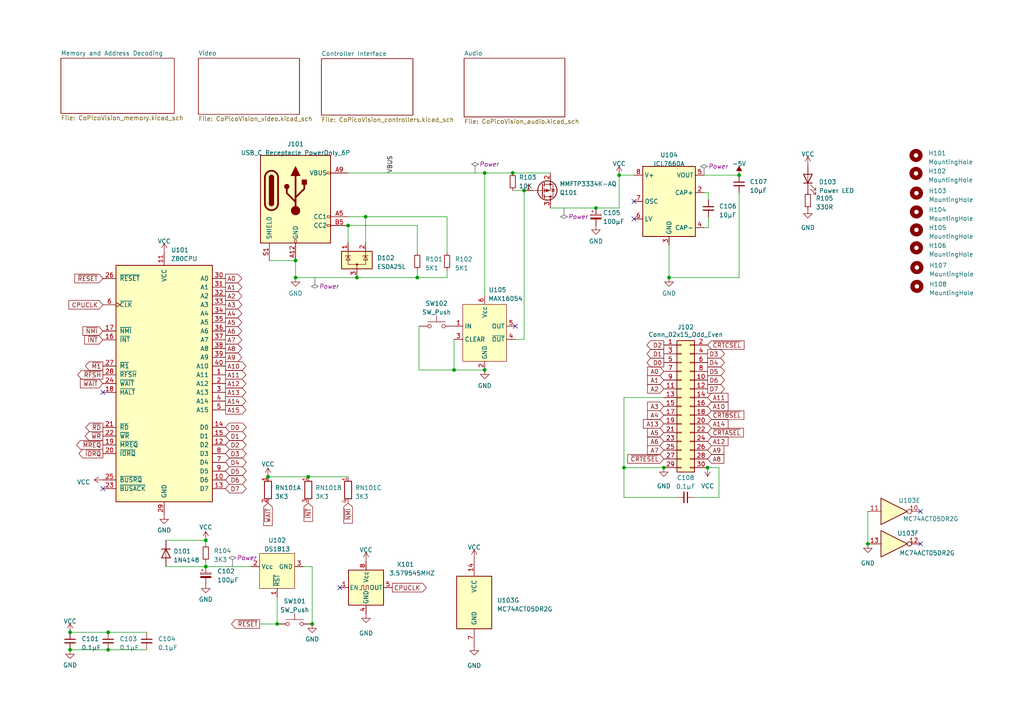
<source format=kicad_sch>
(kicad_sch (version 20230121) (generator eeschema)
  (paper "A4")
  (title_block (title "CoPicoVision") (date "2024-10-12") (rev "0.2") (company "(c) 2024 Jason R. Thorpe.  See LICENSE."))
  (lib_symbols
    (symbol "74xx:74LS05" (pin_names (offset 1.016))
      (property "Reference" "U" (at 0 1.27 0))
      (property "Value" "74LS05" (at 0 -1.27 0))
      (symbol "74LS05_1_0"
        (pin input line (at -7.62 0 0) (length 3.81) (name "~") (number "1"))
        (pin open_collector inverted (at 7.62 0 180) (length 3.81) (name "~") (number "2"))
      )
      (symbol "74LS05_2_0"
        (pin input line (at -7.62 0 0) (length 3.81) (name "~") (number "3"))
        (pin open_collector inverted (at 7.62 0 180) (length 3.81) (name "~") (number "4"))
      )
      (symbol "74LS05_3_0"
        (pin input line (at -7.62 0 0) (length 3.81) (name "~") (number "5"))
        (pin open_collector inverted (at 7.62 0 180) (length 3.81) (name "~") (number "6"))
      )
      (symbol "74LS05_4_0"
        (pin open_collector inverted (at 7.62 0 180) (length 3.81) (name "~") (number "8"))
        (pin input line (at -7.62 0 0) (length 3.81) (name "~") (number "9"))
      )
      (symbol "74LS05_5_0"
        (pin open_collector inverted (at 7.62 0 180) (length 3.81) (name "~") (number "10"))
        (pin input line (at -7.62 0 0) (length 3.81) (name "~") (number "11"))
      )
      (symbol "74LS05_6_0"
        (pin open_collector inverted (at 7.62 0 180) (length 3.81) (name "~") (number "12"))
        (pin input line (at -7.62 0 0) (length 3.81) (name "~") (number "13"))
      )
      (symbol "74LS05_7_0"
        (pin power_in line (at 0 12.7 270) (length 5.08) (name "VCC") (number "14"))
        (pin power_in line (at 0 -12.7 90) (length 5.08) (name "GND") (number "7"))
      )
    )
    (symbol "CPU:Z80CPU" (pin_names (offset 1.016))
      (property "Reference" "U" (at -13.97 35.56 0))
      (property "Value" "Z80CPU" (at 6.35 35.56 0))
      (symbol "Z80CPU_1_1"
        (pin output line (at 17.78 2.54 180) (length 3.81) (name "A11") (number "1"))
        (pin bidirectional line (at 17.78 -27.94 180) (length 3.81) (name "D6") (number "10"))
        (pin power_in line (at 0 38.1 270) (length 3.81) (name "VCC") (number "11"))
        (pin bidirectional line (at 17.78 -17.78 180) (length 3.81) (name "D2") (number "12"))
        (pin bidirectional line (at 17.78 -30.48 180) (length 3.81) (name "D7") (number "13"))
        (pin bidirectional line (at 17.78 -12.7 180) (length 3.81) (name "D0") (number "14"))
        (pin bidirectional line (at 17.78 -15.24 180) (length 3.81) (name "D1") (number "15"))
        (pin input line (at -17.78 12.7 0) (length 3.81) (name "~{INT}") (number "16"))
        (pin input line (at -17.78 15.24 0) (length 3.81) (name "~{NMI}") (number "17"))
        (pin output line (at -17.78 -2.54 0) (length 3.81) (name "~{HALT}") (number "18"))
        (pin output line (at -17.78 -17.78 0) (length 3.81) (name "~{MREQ}") (number "19"))
        (pin output line (at 17.78 0 180) (length 3.81) (name "A12") (number "2"))
        (pin output line (at -17.78 -20.32 0) (length 3.81) (name "~{IORQ}") (number "20"))
        (pin output line (at -17.78 -12.7 0) (length 3.81) (name "~{RD}") (number "21"))
        (pin output line (at -17.78 -15.24 0) (length 3.81) (name "~{WR}") (number "22"))
        (pin output line (at -17.78 -30.48 0) (length 3.81) (name "~{BUSACK}") (number "23"))
        (pin input line (at -17.78 0 0) (length 3.81) (name "~{WAIT}") (number "24"))
        (pin input line (at -17.78 -27.94 0) (length 3.81) (name "~{BUSRQ}") (number "25"))
        (pin input line (at -17.78 30.48 0) (length 3.81) (name "~{RESET}") (number "26"))
        (pin output line (at -17.78 5.08 0) (length 3.81) (name "~{M1}") (number "27"))
        (pin output line (at -17.78 2.54 0) (length 3.81) (name "~{RFSH}") (number "28"))
        (pin power_in line (at 0 -38.1 90) (length 3.81) (name "GND") (number "29"))
        (pin output line (at 17.78 -2.54 180) (length 3.81) (name "A13") (number "3"))
        (pin output line (at 17.78 30.48 180) (length 3.81) (name "A0") (number "30"))
        (pin output line (at 17.78 27.94 180) (length 3.81) (name "A1") (number "31"))
        (pin output line (at 17.78 25.4 180) (length 3.81) (name "A2") (number "32"))
        (pin output line (at 17.78 22.86 180) (length 3.81) (name "A3") (number "33"))
        (pin output line (at 17.78 20.32 180) (length 3.81) (name "A4") (number "34"))
        (pin output line (at 17.78 17.78 180) (length 3.81) (name "A5") (number "35"))
        (pin output line (at 17.78 15.24 180) (length 3.81) (name "A6") (number "36"))
        (pin output line (at 17.78 12.7 180) (length 3.81) (name "A7") (number "37"))
        (pin output line (at 17.78 10.16 180) (length 3.81) (name "A8") (number "38"))
        (pin output line (at 17.78 7.62 180) (length 3.81) (name "A9") (number "39"))
        (pin output line (at 17.78 -5.08 180) (length 3.81) (name "A14") (number "4"))
        (pin output line (at 17.78 5.08 180) (length 3.81) (name "A10") (number "40"))
        (pin output line (at 17.78 -7.62 180) (length 3.81) (name "A15") (number "5"))
        (pin input clock (at -17.78 22.86 0) (length 3.81) (name "~{CLK}") (number "6"))
        (pin bidirectional line (at 17.78 -22.86 180) (length 3.81) (name "D4") (number "7"))
        (pin bidirectional line (at 17.78 -20.32 180) (length 3.81) (name "D3") (number "8"))
        (pin bidirectional line (at 17.78 -25.4 180) (length 3.81) (name "D5") (number "9"))
      )
    )
    (symbol "Connector:USB_C_Receptacle_PowerOnly_6P" (pin_names (offset 1.016))
      (property "Reference" "J" (at 0 16.51 0))
      (property "Value" "USB_C_Receptacle_PowerOnly_6P" (at 0 13.97 0))
      (symbol "USB_C_Receptacle_PowerOnly_6P_1_1"
        (pin passive line (at 0 -17.78 90) (length 5.08) (name "GND") (number "A12"))
        (pin bidirectional line (at 15.24 -5.08 180) (length 5.08) (name "CC1") (number "A5"))
        (pin passive line (at 15.24 7.62 180) (length 5.08) (name "VBUS") (number "A9"))
        (pin passive line (at 0 -17.78 90) (length 5.08) hide (name "GND") (number "B12"))
        (pin bidirectional line (at 15.24 -7.62 180) (length 5.08) (name "CC2") (number "B5"))
        (pin passive line (at 15.24 7.62 180) (length 5.08) hide (name "VBUS") (number "B9"))
        (pin passive line (at -7.62 -17.78 90) (length 5.08) (name "SHIELD") (number "S1"))
      )
    )
    (symbol "Connector_Generic:Conn_02x15_Odd_Even" (pin_names (offset 1.016) hide)
      (property "Reference" "J" (at 1.27 20.32 0))
      (property "Value" "Conn_02x15_Odd_Even" (at 1.27 -20.32 0))
      (symbol "Conn_02x15_Odd_Even_1_1"
        (pin passive line (at -5.08 17.78 0) (length 3.81) (name "Pin_1") (number "1"))
        (pin passive line (at 7.62 7.62 180) (length 3.81) (name "Pin_10") (number "10"))
        (pin passive line (at -5.08 5.08 0) (length 3.81) (name "Pin_11") (number "11"))
        (pin passive line (at 7.62 5.08 180) (length 3.81) (name "Pin_12") (number "12"))
        (pin passive line (at -5.08 2.54 0) (length 3.81) (name "Pin_13") (number "13"))
        (pin passive line (at 7.62 2.54 180) (length 3.81) (name "Pin_14") (number "14"))
        (pin passive line (at -5.08 0 0) (length 3.81) (name "Pin_15") (number "15"))
        (pin passive line (at 7.62 0 180) (length 3.81) (name "Pin_16") (number "16"))
        (pin passive line (at -5.08 -2.54 0) (length 3.81) (name "Pin_17") (number "17"))
        (pin passive line (at 7.62 -2.54 180) (length 3.81) (name "Pin_18") (number "18"))
        (pin passive line (at -5.08 -5.08 0) (length 3.81) (name "Pin_19") (number "19"))
        (pin passive line (at 7.62 17.78 180) (length 3.81) (name "Pin_2") (number "2"))
        (pin passive line (at 7.62 -5.08 180) (length 3.81) (name "Pin_20") (number "20"))
        (pin passive line (at -5.08 -7.62 0) (length 3.81) (name "Pin_21") (number "21"))
        (pin passive line (at 7.62 -7.62 180) (length 3.81) (name "Pin_22") (number "22"))
        (pin passive line (at -5.08 -10.16 0) (length 3.81) (name "Pin_23") (number "23"))
        (pin passive line (at 7.62 -10.16 180) (length 3.81) (name "Pin_24") (number "24"))
        (pin passive line (at -5.08 -12.7 0) (length 3.81) (name "Pin_25") (number "25"))
        (pin passive line (at 7.62 -12.7 180) (length 3.81) (name "Pin_26") (number "26"))
        (pin passive line (at -5.08 -15.24 0) (length 3.81) (name "Pin_27") (number "27"))
        (pin passive line (at 7.62 -15.24 180) (length 3.81) (name "Pin_28") (number "28"))
        (pin passive line (at -5.08 -17.78 0) (length 3.81) (name "Pin_29") (number "29"))
        (pin passive line (at -5.08 15.24 0) (length 3.81) (name "Pin_3") (number "3"))
        (pin passive line (at 7.62 -17.78 180) (length 3.81) (name "Pin_30") (number "30"))
        (pin passive line (at 7.62 15.24 180) (length 3.81) (name "Pin_4") (number "4"))
        (pin passive line (at -5.08 12.7 0) (length 3.81) (name "Pin_5") (number "5"))
        (pin passive line (at 7.62 12.7 180) (length 3.81) (name "Pin_6") (number "6"))
        (pin passive line (at -5.08 10.16 0) (length 3.81) (name "Pin_7") (number "7"))
        (pin passive line (at 7.62 10.16 180) (length 3.81) (name "Pin_8") (number "8"))
        (pin passive line (at -5.08 7.62 0) (length 3.81) (name "Pin_9") (number "9"))
      )
    )
    (symbol "Device:C_Polarized_Small" (pin_numbers hide) (pin_names (offset 0.254) hide)
      (property "Reference" "C" (at 0.254 1.778 0))
      (property "Value" "C_Polarized_Small" (at 0.254 -2.032 0))
      (symbol "C_Polarized_Small_1_1"
        (pin passive line (at 0 2.54 270) (length 1.8542) (name "~") (number "1"))
        (pin passive line (at 0 -2.54 90) (length 1.8542) (name "~") (number "2"))
      )
    )
    (symbol "Device:C_Small" (pin_numbers hide) (pin_names (offset 0.254) hide)
      (property "Reference" "C" (at 0.254 1.778 0))
      (property "Value" "C_Small" (at 0.254 -2.032 0))
      (symbol "C_Small_1_1"
        (pin passive line (at 0 2.54 270) (length 2.032) (name "~") (number "1"))
        (pin passive line (at 0 -2.54 90) (length 2.032) (name "~") (number "2"))
      )
    )
    (symbol "Device:LED" (pin_numbers hide) (pin_names (offset 1.016) hide)
      (property "Reference" "D" (at 0 2.54 0))
      (property "Value" "LED" (at 0 -2.54 0))
      (symbol "LED_1_1"
        (pin passive line (at -3.81 0 0) (length 2.54) (name "K") (number "1"))
        (pin passive line (at 3.81 0 180) (length 2.54) (name "A") (number "2"))
      )
    )
    (symbol "Device:Q_PMOS_GSD" (pin_names (offset 0) hide)
      (property "Reference" "Q" (at 5.08 1.27 0))
      (property "Value" "Q_PMOS_GSD" (at 5.08 -1.27 0))
      (symbol "Q_PMOS_GSD_1_1"
        (pin input line (at -5.08 0 0) (length 2.54) (name "G") (number "1"))
        (pin passive line (at 2.54 -5.08 90) (length 2.54) (name "S") (number "2"))
        (pin passive line (at 2.54 5.08 270) (length 2.54) (name "D") (number "3"))
      )
    )
    (symbol "Device:R_Network04_Split" (pin_names (offset 0) hide)
      (property "Reference" "RN" (at 2.032 0 90))
      (property "Value" "R_Network04_Split" (at 0 0 90))
      (symbol "R_Network04_Split_0_1"
        (pin passive line (at 0 3.81 270) (length 1.27) (name "R1") (number "1"))
      )
      (symbol "R_Network04_Split_1_1"
        (pin passive line (at 0 -3.81 90) (length 1.27) (name "R1.2") (number "2"))
      )
      (symbol "R_Network04_Split_2_1"
        (pin passive line (at 0 -3.81 90) (length 1.27) (name "R2.2") (number "3"))
      )
      (symbol "R_Network04_Split_3_1"
        (pin passive line (at 0 -3.81 90) (length 1.27) (name "R3.2") (number "4"))
      )
      (symbol "R_Network04_Split_4_1"
        (pin passive line (at 0 -3.81 90) (length 1.27) (name "R4.2") (number "5"))
      )
    )
    (symbol "Device:R_Small" (pin_numbers hide) (pin_names (offset 0.254) hide)
      (property "Reference" "R" (at 0.762 0.508 0))
      (property "Value" "R_Small" (at 0.762 -1.016 0))
      (symbol "R_Small_1_1"
        (pin passive line (at 0 2.54 270) (length 0.762) (name "~") (number "1"))
        (pin passive line (at 0 -2.54 90) (length 0.762) (name "~") (number "2"))
      )
    )
    (symbol "Diode:1N4148" (pin_numbers hide) (pin_names hide)
      (property "Reference" "D" (at 0 2.54 0))
      (property "Value" "1N4148" (at 0 -2.54 0))
      (symbol "1N4148_1_1"
        (pin passive line (at -3.81 0 0) (length 2.54) (name "K") (number "1"))
        (pin passive line (at 3.81 0 180) (length 2.54) (name "A") (number "2"))
      )
    )
    (symbol "Mechanical:MountingHole" (pin_names (offset 1.016))
      (property "Reference" "H" (at 0 5.08 0))
      (property "Value" "MountingHole" (at 0 3.175 0))
    )
    (symbol "Oscillator:CXO_DIP8" (pin_names (offset 0.254))
      (property "Reference" "X" (at -5.08 6.35 0))
      (property "Value" "CXO_DIP8" (at 1.27 -6.35 0))
      (symbol "CXO_DIP8_1_1"
        (pin input line (at -7.62 0 0) (length 2.54) (name "EN") (number "1"))
        (pin power_in line (at 0 -7.62 90) (length 2.54) (name "GND") (number "4"))
        (pin output line (at 7.62 0 180) (length 2.54) (name "OUT") (number "5"))
        (pin power_in line (at 0 7.62 270) (length 2.54) (name "Vcc") (number "8"))
      )
    )
    (symbol "Power_Protection:SP0502BAHT" (pin_names hide)
      (property "Reference" "D" (at 5.715 2.54 0))
      (property "Value" "SP0502BAHT" (at 5.715 0.635 0))
      (symbol "SP0502BAHT_0_0"
        (pin passive line (at 0 -5.08 90) (length 2.54) (name "A") (number "3"))
      )
      (symbol "SP0502BAHT_1_1"
        (pin passive line (at -2.54 5.08 270) (length 2.54) (name "K") (number "1"))
        (pin passive line (at 2.54 5.08 270) (length 2.54) (name "K") (number "2"))
      )
    )
    (symbol "Regulator_SwitchedCapacitor:ICL7660"
      (property "Reference" "U" (at -6.35 11.43 0))
      (property "Value" "ICL7660" (at 3.81 11.43 0))
      (symbol "ICL7660_1_1"
        (pin no_connect line (at -7.62 5.08 0) (length 2.54) hide (name "NC") (number "1"))
        (pin input line (at 10.16 2.54 180) (length 2.54) (name "CAP+") (number "2"))
        (pin power_in line (at 0 -12.7 90) (length 2.54) (name "GND") (number "3"))
        (pin input line (at 10.16 -7.62 180) (length 2.54) (name "CAP-") (number "4"))
        (pin power_out line (at 10.16 7.62 180) (length 2.54) (name "VOUT") (number "5"))
        (pin input line (at -10.16 -5.08 0) (length 2.54) (name "LV") (number "6"))
        (pin input line (at -10.16 0 0) (length 2.54) (name "OSC") (number "7"))
        (pin power_in line (at -10.16 7.62 0) (length 2.54) (name "V+") (number "8"))
      )
    )
    (symbol "Switch:SW_Push" (pin_numbers hide) (pin_names (offset 1.016) hide)
      (property "Reference" "SW" (at 1.27 2.54 0))
      (property "Value" "SW_Push" (at 0 -1.524 0))
      (symbol "SW_Push_0_1"
        (pin passive line (at -5.08 0 0) (length 2.54) (name "1") (number "1"))
        (pin passive line (at 5.08 0 180) (length 2.54) (name "2") (number "2"))
      )
    )
    (symbol "jrt-ICs:DS1813"
      (property "Reference" "U" (at 0 8.89 0))
      (property "Value" "DS1813" (at 0 6.35 0))
      (symbol "DS1813_1_1"
        (pin open_collector line (at 0 -7.62 90) (length 2.54) (name "~{RST}") (number "1"))
        (pin power_in line (at -7.62 1.27 0) (length 2.54) (name "Vcc") (number "2"))
        (pin power_in line (at 7.62 1.27 180) (length 2.54) (name "GND") (number "3"))
      )
    )
    (symbol "jrt-ICs:MAX16054"
      (property "Reference" "U" (at 12.7 1.27 0))
      (property "Value" "MAX16054" (at 12.7 3.81 0))
      (symbol "MAX16054_1_1"
        (pin input line (at -2.54 -6.35 0) (length 2.54) (name "IN") (number "1"))
        (pin power_in line (at 6.35 -19.05 90) (length 2.54) (name "GND") (number "2"))
        (pin input line (at -2.54 -10.16 0) (length 2.54) (name "CLEAR") (number "3"))
        (pin output line (at 15.24 -10.16 180) (length 2.54) (name "~{OUT}") (number "4"))
        (pin output line (at 15.24 -6.35 180) (length 2.54) (name "OUT") (number "5"))
        (pin power_in line (at 6.35 2.54 270) (length 2.54) (name "Vcc") (number "6"))
      )
    )
    (symbol "power:-5V" (power) (pin_names (offset 0))
      (property "Value" "-5V" (at 0 3.81 0))
      (symbol "-5V_0_0"
        (pin power_in line (at 0 0 90) (length 0) hide (name "-5V") (number "1"))
      )
    )
    (symbol "power:GND" (power) (pin_names (offset 0))
      (property "Value" "GND" (at 0 -3.81 0))
      (symbol "GND_1_1"
        (pin power_in line (at 0 0 270) (length 0) hide (name "GND") (number "1"))
      )
    )
    (symbol "power:VCC" (power) (pin_names (offset 0))
      (property "Value" "VCC" (at 0 3.81 0))
      (symbol "VCC_1_1"
        (pin power_in line (at 0 0 90) (length 0) hide (name "VCC") (number "1"))
      )
    )
  )
  (junction (at 121.031 80.518))
  (junction (at 20.32 188.468))
  (junction (at 172.847 60.325))
  (junction (at 131.699 107.315))
  (junction (at 192.532 135.636))
  (junction (at 85.725 75.565))
  (junction (at 152.019 55.245))
  (junction (at 85.725 80.518))
  (junction (at 59.69 164.338))
  (junction (at 205.232 135.636))
  (junction (at 103.505 80.518))
  (junction (at 77.724 138.303))
  (junction (at 89.408 138.303))
  (junction (at 90.551 180.975))
  (junction (at 31.369 188.468))
  (junction (at 59.69 156.718))
  (junction (at 20.32 183.388))
  (junction (at 140.589 107.315))
  (junction (at 180.975 135.636))
  (junction (at 251.714 157.734))
  (junction (at 214.376 50.8))
  (junction (at 100.965 65.405))
  (junction (at 80.391 180.975))
  (junction (at 31.369 183.388))
  (junction (at 148.717 50.165))
  (junction (at 106.045 62.865))
  (junction (at 140.589 50.165))
  (junction (at 179.578 50.8))
  (junction (at 194.056 80.518))
  (no_connect (at 183.896 58.42))
  (no_connect (at 266.954 148.336))
  (no_connect (at 183.896 63.5))
  (no_connect (at 266.954 157.734))
  (no_connect (at 29.845 113.792))
  (no_connect (at 98.552 170.434))
  (no_connect (at 29.845 141.732))
  (no_connect (at 149.479 94.615))
  (wire (pts (xy 20.32 188.468) (xy 31.369 188.468)))
  (wire (pts (xy 149.479 98.425) (xy 152.019 98.425)))
  (wire (pts (xy 129.667 80.518) (xy 129.667 78.359)))
  (wire (pts (xy 59.69 156.591) (xy 59.69 156.718)))
  (wire (pts (xy 31.369 188.468) (xy 42.545 188.468)))
  (wire (pts (xy 121.539 107.315) (xy 131.699 107.315)))
  (wire (pts (xy 59.69 164.338) (xy 72.771 164.338)))
  (wire (pts (xy 208.534 135.636) (xy 208.534 144.272)))
  (wire (pts (xy 205.486 55.88) (xy 205.486 57.912)))
  (wire (pts (xy 204.216 55.88) (xy 205.486 55.88)))
  (wire (pts (xy 48.133 156.718) (xy 59.69 156.718)))
  (wire (pts (xy 148.717 50.165) (xy 159.639 50.165)))
  (wire (pts (xy 100.965 50.165) (xy 140.589 50.165)))
  (wire (pts (xy 31.369 183.388) (xy 42.545 183.388)))
  (wire (pts (xy 172.847 60.325) (xy 179.578 60.325)))
  (wire (pts (xy 129.667 62.865) (xy 129.667 73.279)))
  (wire (pts (xy 89.408 138.303) (xy 100.965 138.303)))
  (wire (pts (xy 90.551 164.338) (xy 90.551 180.975)))
  (wire (pts (xy 59.69 156.718) (xy 59.69 157.861)))
  (wire (pts (xy 85.725 80.518) (xy 85.725 75.565)))
  (wire (pts (xy 205.486 66.04) (xy 205.486 62.992)))
  (wire (pts (xy 179.578 60.325) (xy 179.578 50.8)))
  (wire (pts (xy 131.699 107.315) (xy 140.589 107.315)))
  (wire (pts (xy 204.216 50.8) (xy 214.376 50.8)))
  (wire (pts (xy 180.975 135.636) (xy 180.975 144.272)))
  (wire (pts (xy 88.011 164.338) (xy 90.551 164.338)))
  (wire (pts (xy 131.699 98.425) (xy 131.699 107.315)))
  (wire (pts (xy 100.965 62.865) (xy 106.045 62.865)))
  (wire (pts (xy 204.216 66.04) (xy 205.486 66.04)))
  (wire (pts (xy 251.714 148.336) (xy 251.714 157.734)))
  (wire (pts (xy 106.045 62.865) (xy 106.045 70.358)))
  (wire (pts (xy 192.532 115.316) (xy 180.975 115.316)))
  (wire (pts (xy 100.965 70.358) (xy 100.965 65.405)))
  (wire (pts (xy 208.534 144.272) (xy 201.422 144.272)))
  (wire (pts (xy 106.045 62.865) (xy 129.667 62.865)))
  (wire (pts (xy 121.031 65.405) (xy 121.031 73.279)))
  (wire (pts (xy 103.505 80.518) (xy 121.031 80.518)))
  (wire (pts (xy 121.031 80.518) (xy 121.031 78.359)))
  (wire (pts (xy 140.589 50.165) (xy 148.717 50.165)))
  (wire (pts (xy 140.589 50.165) (xy 140.589 85.725)))
  (wire (pts (xy 152.019 98.425) (xy 152.019 55.245)))
  (wire (pts (xy 180.975 115.316) (xy 180.975 135.636)))
  (wire (pts (xy 194.056 71.12) (xy 194.056 80.518)))
  (wire (pts (xy 78.105 75.565) (xy 85.725 75.565)))
  (wire (pts (xy 148.717 55.245) (xy 152.019 55.245)))
  (wire (pts (xy 103.505 80.518) (xy 85.725 80.518)))
  (wire (pts (xy 214.376 55.88) (xy 214.376 80.518)))
  (wire (pts (xy 179.578 50.8) (xy 183.896 50.8)))
  (wire (pts (xy 159.639 60.325) (xy 172.847 60.325)))
  (wire (pts (xy 180.975 144.272) (xy 196.342 144.272)))
  (wire (pts (xy 121.031 80.518) (xy 129.667 80.518)))
  (wire (pts (xy 77.724 138.303) (xy 89.408 138.303)))
  (wire (pts (xy 205.232 135.636) (xy 208.534 135.636)))
  (wire (pts (xy 80.391 173.228) (xy 80.391 180.975)))
  (wire (pts (xy 121.539 94.615) (xy 121.539 107.315)))
  (wire (pts (xy 180.975 135.636) (xy 192.532 135.636)))
  (wire (pts (xy 75.311 180.975) (xy 80.391 180.975)))
  (wire (pts (xy 59.69 162.941) (xy 59.69 164.338)))
  (wire (pts (xy 194.056 80.518) (xy 214.376 80.518)))
  (wire (pts (xy 48.133 164.338) (xy 59.69 164.338)))
  (wire (pts (xy 100.965 65.405) (xy 121.031 65.405)))
  (wire (pts (xy 20.32 183.388) (xy 31.369 183.388)))
  (label "VBUS" (at 114.173 50.165 90))
  (global_label "A14" (shape input) (at 205.232 122.936 0) (property "Intersheetrefs" "${INTERSHEET_REFS}" (effects hide)))
  (global_label "D2" (shape bidirectional) (at 65.405 129.032 0) (property "Intersheetrefs" "${INTERSHEET_REFS}" (effects hide)))
  (global_label "D6" (shape output) (at 205.232 110.236 0) (property "Intersheetrefs" "${INTERSHEET_REFS}" (effects hide)))
  (global_label "A2" (shape output) (at 65.405 85.852 0) (property "Intersheetrefs" "${INTERSHEET_REFS}" (effects hide)))
  (global_label "A3" (shape input) (at 192.532 117.856 180) (property "Intersheetrefs" "${INTERSHEET_REFS}" (effects hide)))
  (global_label "~{CRTESEL}" (shape input) (at 192.532 133.096 180) (property "Intersheetrefs" "${INTERSHEET_REFS}" (effects hide)))
  (global_label "D1" (shape output) (at 192.532 102.616 180) (property "Intersheetrefs" "${INTERSHEET_REFS}" (effects hide)))
  (global_label "D3" (shape bidirectional) (at 65.405 131.572 0) (property "Intersheetrefs" "${INTERSHEET_REFS}" (effects hide)))
  (global_label "~{INT}" (shape input) (at 29.845 98.552 180) (property "Intersheetrefs" "${INTERSHEET_REFS}" (effects hide)))
  (global_label "A12" (shape input) (at 205.232 128.016 0) (property "Intersheetrefs" "${INTERSHEET_REFS}" (effects hide)))
  (global_label "~{MREQ}" (shape output) (at 29.845 129.032 180) (property "Intersheetrefs" "${INTERSHEET_REFS}" (effects hide)))
  (global_label "A13" (shape output) (at 65.405 113.792 0) (property "Intersheetrefs" "${INTERSHEET_REFS}" (effects hide)))
  (global_label "~{INT}" (shape input) (at 89.408 145.923 270) (property "Intersheetrefs" "${INTERSHEET_REFS}" (effects hide)))
  (global_label "A9" (shape input) (at 205.232 130.556 0) (property "Intersheetrefs" "${INTERSHEET_REFS}" (effects hide)))
  (global_label "D4" (shape output) (at 205.232 105.156 0) (property "Intersheetrefs" "${INTERSHEET_REFS}" (effects hide)))
  (global_label "D0" (shape output) (at 192.532 105.156 180) (property "Intersheetrefs" "${INTERSHEET_REFS}" (effects hide)))
  (global_label "CPUCLK" (shape output) (at 113.792 170.434 0) (property "Intersheetrefs" "${INTERSHEET_REFS}" (effects hide)))
  (global_label "D0" (shape bidirectional) (at 65.405 123.952 0) (property "Intersheetrefs" "${INTERSHEET_REFS}" (effects hide)))
  (global_label "A2" (shape input) (at 192.532 112.776 180) (property "Intersheetrefs" "${INTERSHEET_REFS}" (effects hide)))
  (global_label "~{M1}" (shape output) (at 29.845 106.172 180) (property "Intersheetrefs" "${INTERSHEET_REFS}" (effects hide)))
  (global_label "D1" (shape bidirectional) (at 65.405 126.492 0) (property "Intersheetrefs" "${INTERSHEET_REFS}" (effects hide)))
  (global_label "~{NMI}" (shape input) (at 100.965 145.923 270) (property "Intersheetrefs" "${INTERSHEET_REFS}" (effects hide)))
  (global_label "A15" (shape output) (at 65.405 118.872 0) (property "Intersheetrefs" "${INTERSHEET_REFS}" (effects hide)))
  (global_label "A0" (shape input) (at 192.532 107.696 180) (property "Intersheetrefs" "${INTERSHEET_REFS}" (effects hide)))
  (global_label "D6" (shape bidirectional) (at 65.405 139.192 0) (property "Intersheetrefs" "${INTERSHEET_REFS}" (effects hide)))
  (global_label "A9" (shape output) (at 65.405 103.632 0) (property "Intersheetrefs" "${INTERSHEET_REFS}" (effects hide)))
  (global_label "A5" (shape output) (at 65.405 93.472 0) (property "Intersheetrefs" "${INTERSHEET_REFS}" (effects hide)))
  (global_label "A4" (shape output) (at 65.405 90.932 0) (property "Intersheetrefs" "${INTERSHEET_REFS}" (effects hide)))
  (global_label "A5" (shape input) (at 192.532 125.476 180) (property "Intersheetrefs" "${INTERSHEET_REFS}" (effects hide)))
  (global_label "A1" (shape input) (at 192.532 110.236 180) (property "Intersheetrefs" "${INTERSHEET_REFS}" (effects hide)))
  (global_label "A10" (shape input) (at 205.232 117.856 0) (property "Intersheetrefs" "${INTERSHEET_REFS}" (effects hide)))
  (global_label "~{RFSH}" (shape output) (at 29.845 108.712 180) (property "Intersheetrefs" "${INTERSHEET_REFS}" (effects hide)))
  (global_label "~{CRTCSEL}" (shape input) (at 205.232 100.076 0) (property "Intersheetrefs" "${INTERSHEET_REFS}" (effects hide)))
  (global_label "A6" (shape input) (at 192.532 128.016 180) (property "Intersheetrefs" "${INTERSHEET_REFS}" (effects hide)))
  (global_label "~{NMI}" (shape input) (at 29.845 96.012 180) (property "Intersheetrefs" "${INTERSHEET_REFS}" (effects hide)))
  (global_label "A1" (shape output) (at 65.405 83.312 0) (property "Intersheetrefs" "${INTERSHEET_REFS}" (effects hide)))
  (global_label "D4" (shape bidirectional) (at 65.405 134.112 0) (property "Intersheetrefs" "${INTERSHEET_REFS}" (effects hide)))
  (global_label "CPUCLK" (shape input) (at 29.845 88.392 180) (property "Intersheetrefs" "${INTERSHEET_REFS}" (effects hide)))
  (global_label "A12" (shape output) (at 65.405 111.252 0) (property "Intersheetrefs" "${INTERSHEET_REFS}" (effects hide)))
  (global_label "A11" (shape output) (at 65.405 108.712 0) (property "Intersheetrefs" "${INTERSHEET_REFS}" (effects hide)))
  (global_label "~{CRT8SEL}" (shape input) (at 205.232 120.396 0) (property "Intersheetrefs" "${INTERSHEET_REFS}" (effects hide)))
  (global_label "A10" (shape output) (at 65.405 106.172 0) (property "Intersheetrefs" "${INTERSHEET_REFS}" (effects hide)))
  (global_label "A14" (shape output) (at 65.405 116.332 0) (property "Intersheetrefs" "${INTERSHEET_REFS}" (effects hide)))
  (global_label "~{RESET}" (shape output) (at 75.311 180.975 180) (property "Intersheetrefs" "${INTERSHEET_REFS}" (effects hide)))
  (global_label "~{WR}" (shape output) (at 29.845 126.492 180) (property "Intersheetrefs" "${INTERSHEET_REFS}" (effects hide)))
  (global_label "~{RD}" (shape output) (at 29.845 123.952 180) (property "Intersheetrefs" "${INTERSHEET_REFS}" (effects hide)))
  (global_label "D7" (shape bidirectional) (at 65.405 141.732 0) (property "Intersheetrefs" "${INTERSHEET_REFS}" (effects hide)))
  (global_label "A3" (shape output) (at 65.405 88.392 0) (property "Intersheetrefs" "${INTERSHEET_REFS}" (effects hide)))
  (global_label "A8" (shape output) (at 65.405 101.092 0) (property "Intersheetrefs" "${INTERSHEET_REFS}" (effects hide)))
  (global_label "A0" (shape output) (at 65.405 80.772 0) (property "Intersheetrefs" "${INTERSHEET_REFS}" (effects hide)))
  (global_label "D3" (shape output) (at 205.232 102.616 0) (property "Intersheetrefs" "${INTERSHEET_REFS}" (effects hide)))
  (global_label "D2" (shape output) (at 192.532 100.076 180) (property "Intersheetrefs" "${INTERSHEET_REFS}" (effects hide)))
  (global_label "~{WAIT}" (shape input) (at 29.845 111.252 180) (property "Intersheetrefs" "${INTERSHEET_REFS}" (effects hide)))
  (global_label "~{CRTASEL}" (shape input) (at 205.232 125.476 0) (property "Intersheetrefs" "${INTERSHEET_REFS}" (effects hide)))
  (global_label "A8" (shape input) (at 205.232 133.096 0) (property "Intersheetrefs" "${INTERSHEET_REFS}" (effects hide)))
  (global_label "A6" (shape output) (at 65.405 96.012 0) (property "Intersheetrefs" "${INTERSHEET_REFS}" (effects hide)))
  (global_label "A13" (shape input) (at 192.532 122.936 180) (property "Intersheetrefs" "${INTERSHEET_REFS}" (effects hide)))
  (global_label "~{WAIT}" (shape input) (at 77.724 145.923 270) (property "Intersheetrefs" "${INTERSHEET_REFS}" (effects hide)))
  (global_label "~{RESET}" (shape input) (at 29.845 80.772 180) (property "Intersheetrefs" "${INTERSHEET_REFS}" (effects hide)))
  (global_label "A7" (shape input) (at 192.532 130.556 180) (property "Intersheetrefs" "${INTERSHEET_REFS}" (effects hide)))
  (global_label "D7" (shape output) (at 205.232 112.776 0) (property "Intersheetrefs" "${INTERSHEET_REFS}" (effects hide)))
  (global_label "A11" (shape input) (at 205.232 115.316 0) (property "Intersheetrefs" "${INTERSHEET_REFS}" (effects hide)))
  (global_label "~{IORQ}" (shape output) (at 29.845 131.572 180) (property "Intersheetrefs" "${INTERSHEET_REFS}" (effects hide)))
  (global_label "D5" (shape bidirectional) (at 65.405 136.652 0) (property "Intersheetrefs" "${INTERSHEET_REFS}" (effects hide)))
  (global_label "D5" (shape output) (at 205.232 107.696 0) (property "Intersheetrefs" "${INTERSHEET_REFS}" (effects hide)))
  (global_label "A4" (shape input) (at 192.532 120.396 180) (property "Intersheetrefs" "${INTERSHEET_REFS}" (effects hide)))
  (global_label "A7" (shape output) (at 65.405 98.552 0) (property "Intersheetrefs" "${INTERSHEET_REFS}" (effects hide)))
  (netclass_flag "" (length 2.54) (shape diamond) (at 204.216 50.8 0) (property "Netclass" "Power" (at 205.4225 48.26 0) (effects (font italic) (justify left))))
  (netclass_flag "" (length 2.54) (shape diamond) (at 137.795 50.165 0) (property "Netclass" "Power" (at 139.0015 47.625 0) (effects (font italic) (justify left))))
  (netclass_flag "" (length 2.54) (shape diamond) (at 67.437 164.338 0) (property "Netclass" "Power" (at 68.6435 161.798 0) (effects (font italic) (justify left))))
  (netclass_flag "" (length 2.54) (shape diamond) (at 91.313 80.518 180) (property "Netclass" "Power" (at 92.5195 83.058 0) (effects (font italic) (justify left))))
  (netclass_flag "" (length 2.54) (shape diamond) (at 163.576 60.325 180) (property "Netclass" "Power" (at 164.7825 62.865 0) (effects (font italic) (justify left))))
  (symbol (lib_id "Device:C_Small") (at 205.486 60.452 0) (unit 1)
    (property "Reference" "C106" (at 208.534 59.8233 0) (effects (justify left)))
    (property "Value" "10µF" (at 208.534 62.3633 0) (effects (justify left)))
    (property "Footprint" "Capacitor_SMD:C_0805_2012Metric_Pad1.18x1.45mm_HandSolder" (effects hide))
  )
  (symbol (lib_id "Mechanical:MountingHole") (at 265.811 66.675 0) (unit 1)
    (property "Reference" "H105" (at 269.367 66.04 0) (effects (justify left)))
    (property "Value" "MountingHole" (at 269.367 68.58 0) (effects (justify left)))
    (property "Footprint" "MountingHole:MountingHole_3.5mm" (effects hide))
  )
  (symbol (lib_id "power:VCC") (at 77.724 138.303 0) (unit 1)
    (property "Reference" "#PWR0112" (effects hide))
    (property "Value" "VCC" (at 77.724 134.62 0))
  )
  (symbol (lib_id "power:GND") (at 192.532 135.636 0) (unit 1)
    (property "Reference" "#PWR0120" (effects hide))
    (property "Value" "GND" (at 192.532 140.97 0))
  )
  (symbol (lib_id "Diode:1N4148") (at 48.133 160.528 270) (unit 1)
    (property "Reference" "D101" (at 50.292 159.893 90) (effects (justify left)))
    (property "Value" "1N4148" (at 50.292 162.433 90) (effects (justify left)))
    (property "Footprint" "Diode_THT:D_DO-35_SOD27_P7.62mm_Horizontal" (effects hide))
    (property "Datasheet" "https://assets.nexperia.com/documents/data-sheet/1N4148_1N4448.pdf" (effects hide))
    (property "Sim.Device" "D" (effects hide))
    (property "Sim.Pins" "1=K 2=A" (effects hide))
    (property "Mouser" "512-1N4148" (effects hide))
  )
  (symbol (lib_id "power:GND") (at 106.172 178.054 0) (unit 1)
    (property "Reference" "#PWR0109" (effects hide))
    (property "Value" "GND" (at 106.172 183.642 0))
  )
  (symbol (lib_id "Device:R_Small") (at 59.69 160.401 180) (unit 1)
    (property "Reference" "R104" (at 61.976 159.766 0) (effects (justify right)))
    (property "Value" "3K3" (at 61.976 162.306 0) (effects (justify right)))
    (property "Footprint" "Resistor_SMD:R_0805_2012Metric_Pad1.20x1.40mm_HandSolder" (effects hide))
  )
  (symbol (lib_id "Device:R_Network04_Split") (at 89.408 142.113 0) (unit 2)
    (property "Reference" "RN101" (at 91.44 141.478 0) (effects (justify left)))
    (property "Value" "3K3" (at 91.44 144.018 0) (effects (justify left)))
    (property "Footprint" "Resistor_THT:R_Array_SIP5" (effects hide))
    (property "Datasheet" "http://www.vishay.com/docs/31509/csc.pdf" (effects hide))
    (property "Mouser" "652-4605M-1LF-3.3K" (effects hide))
  )
  (symbol (lib_id "jrt-ICs:DS1813") (at 80.391 165.608 0) (unit 1)
    (property "Reference" "U102" (at 80.391 156.718 0))
    (property "Value" "DS1813" (at 80.391 159.258 0))
    (property "Footprint" "Package_TO_SOT_THT:TO-92_Inline" (effects hide))
    (property "Datasheet" "https://www.analog.com/media/en/technical-documentation/data-sheets/DS1813.pdf" (effects hide))
    (property "Mouser" "700-DS1813-10T&R" (effects hide))
  )
  (symbol (lib_id "Device:R_Small") (at 148.717 52.705 0) (unit 1)
    (property "Reference" "R103" (at 150.495 51.435 0) (effects (justify left)))
    (property "Value" "10K" (at 150.495 53.975 0) (effects (justify left)))
    (property "Footprint" "Resistor_SMD:R_0805_2012Metric_Pad1.20x1.40mm_HandSolder" (effects hide))
  )
  (symbol (lib_id "power:VCC") (at 59.69 156.718 0) (unit 1)
    (property "Reference" "#PWR0106" (effects hide))
    (property "Value" "VCC" (at 59.69 152.908 0))
  )
  (symbol (lib_id "Device:R_Small") (at 234.315 58.166 180) (unit 1)
    (property "Reference" "R105" (at 236.601 57.531 0) (effects (justify right)))
    (property "Value" "330R" (at 236.601 60.071 0) (effects (justify right)))
    (property "Footprint" "Resistor_SMD:R_0805_2012Metric_Pad1.20x1.40mm_HandSolder" (effects hide))
  )
  (symbol (lib_id "power:VCC") (at 47.625 73.152 0) (unit 1)
    (property "Reference" "#PWR0102" (effects hide))
    (property "Value" "VCC" (at 47.625 69.977 0))
  )
  (symbol (lib_id "Device:Q_PMOS_GSD") (at 157.099 55.245 0) (mirror x) (unit 1)
    (property "Reference" "Q101" (at 162.306 55.88 0) (effects (justify left)))
    (property "Value" "MMFTP3334K-AQ" (at 162.306 53.34 0) (effects (justify left)))
    (property "Footprint" "Package_TO_SOT_SMD:SOT-23" (effects hide))
    (property "Datasheet" "https://diotec.com/request/datasheet/mmftp3334k.pdf" (effects hide))
    (property "Mouser" "637-MMFTP3334K-AQ" (effects hide))
  )
  (symbol (lib_id "Device:R_Small") (at 121.031 75.819 0) (unit 1)
    (property "Reference" "R101" (at 123.317 75.184 0) (effects (justify left)))
    (property "Value" "5K1" (at 123.317 77.724 0) (effects (justify left)))
    (property "Footprint" "Resistor_SMD:R_0805_2012Metric_Pad1.20x1.40mm_HandSolder" (effects hide))
  )
  (symbol (lib_id "Device:C_Small") (at 20.32 185.928 0) (unit 1)
    (property "Reference" "C101" (at 23.622 185.2993 0) (effects (justify left)))
    (property "Value" "0.1µF" (at 23.622 187.8393 0) (effects (justify left)))
    (property "Footprint" "Capacitor_SMD:C_0805_2012Metric_Pad1.18x1.45mm_HandSolder" (effects hide))
    (property "Mouser" "81-RCER71E104K0A2H3B" (effects hide))
  )
  (symbol (lib_id "Mechanical:MountingHole") (at 265.684 50.292 0) (unit 1)
    (property "Reference" "H102" (at 269.24 49.657 0) (effects (justify left)))
    (property "Value" "MountingHole" (at 269.24 52.197 0) (effects (justify left)))
    (property "Footprint" "MountingHole:MountingHole_3.5mm" (effects hide))
  )
  (symbol (lib_id "power:GND") (at 90.551 180.975 0) (unit 1)
    (property "Reference" "#PWR0119" (effects hide))
    (property "Value" "GND" (at 90.551 185.42 0))
  )
  (symbol (lib_id "power:VCC") (at 205.232 135.636 180) (unit 1)
    (property "Reference" "#PWR0121" (effects hide))
    (property "Value" "VCC" (at 205.232 140.97 0))
  )
  (symbol (lib_id "Device:R_Small") (at 129.667 75.819 0) (unit 1)
    (property "Reference" "R102" (at 131.953 75.184 0) (effects (justify left)))
    (property "Value" "5K1" (at 131.953 77.724 0) (effects (justify left)))
    (property "Footprint" "Resistor_SMD:R_0805_2012Metric_Pad1.20x1.40mm_HandSolder" (effects hide))
  )
  (symbol (lib_id "Connector_Generic:Conn_02x15_Odd_Even") (at 197.612 117.856 0) (unit 1)
    (property "Reference" "J102" (at 198.882 94.869 0))
    (property "Value" "Conn_02x15_Odd_Even" (at 198.882 97.028 0))
    (property "Footprint" "jrt-Connectors:Sullins_Cart_Slot" (effects hide))
    (property "Datasheet" "https://www.te.com/commerce/DocumentDelivery/DDEController?Action=srchrtrv&DocNm=5530843&DocType=Customer+Drawing&DocLang=English&PartCntxt=5530843-2&DocFormat=pdf" (effects hide))
    (property "Mouser" "571-5530843-2" (effects hide))
  )
  (symbol (lib_id "power:GND") (at 59.69 169.418 0) (unit 1)
    (property "Reference" "#PWR0107" (effects hide))
    (property "Value" "GND" (at 59.69 173.863 0))
  )
  (symbol (lib_id "power:GND") (at 85.725 80.518 0) (unit 1)
    (property "Reference" "#PWR0117" (effects hide))
    (property "Value" "GND" (at 85.725 85.09 0))
  )
  (symbol (lib_id "Mechanical:MountingHole") (at 265.938 77.597 0) (unit 1)
    (property "Reference" "H107" (at 269.494 76.962 0) (effects (justify left)))
    (property "Value" "MountingHole" (at 269.494 79.502 0) (effects (justify left)))
    (property "Footprint" "MountingHole:MountingHole_3.5mm" (effects hide))
  )
  (symbol (lib_id "power:GND") (at 194.056 80.518 0) (unit 1)
    (property "Reference" "#PWR0115" (effects hide))
    (property "Value" "GND" (at 194.056 85.09 0))
  )
  (symbol (lib_id "power:GND") (at 172.847 65.405 0) (unit 1)
    (property "Reference" "#PWR0124" (effects hide))
    (property "Value" "GND" (at 172.847 69.977 0))
  )
  (symbol (lib_id "Regulator_SwitchedCapacitor:ICL7660") (at 194.056 58.42 0) (unit 1)
    (property "Reference" "U104" (at 194.056 44.958 0))
    (property "Value" "ICL7660A" (at 194.056 47.498 0))
    (property "Footprint" "Package_SO:SOIC-8_3.9x4.9mm_P1.27mm" (effects hide))
    (property "Datasheet" "http://datasheets.maximintegrated.com/en/ds/ICL7660-MAX1044.pdf" (effects hide))
    (property "Mouser" "968-ICL7660AIBAZA" (effects hide))
  )
  (symbol (lib_id "Device:LED") (at 234.315 51.816 90) (unit 1)
    (property "Reference" "D103" (at 237.49 52.7685 90) (effects (justify right)))
    (property "Value" "Power LED" (at 237.49 55.3085 90) (effects (justify right)))
    (property "Footprint" "LED_THT:LED_D3.0mm" (effects hide))
    (property "Mouser" "78-TLHK46Q1R2" (effects hide))
  )
  (symbol (lib_id "Device:R_Network04_Split") (at 77.724 142.113 0) (unit 1)
    (property "Reference" "RN101" (at 79.756 141.478 0) (effects (justify left)))
    (property "Value" "3K3" (at 79.756 144.018 0) (effects (justify left)))
    (property "Footprint" "Resistor_THT:R_Array_SIP5" (effects hide))
    (property "Datasheet" "http://www.vishay.com/docs/31509/csc.pdf" (effects hide))
    (property "Mouser" "652-4605M-1LF-3.3K" (effects hide))
  )
  (symbol (lib_id "74xx:74LS05") (at 259.334 148.336 0) (unit 5)
    (property "Reference" "U103" (at 260.604 145.161 0) (effects (justify left)))
    (property "Value" "MC74ACT05DR2G" (at 261.874 150.495 0) (effects (justify left)))
    (property "Footprint" "Package_SO:SOIC-14_3.9x8.7mm_P1.27mm" (effects hide))
    (property "Datasheet" "https://www.ti.com/lit/ds/symlink/cd74act05.pdf" (effects hide))
    (property "Mouser" "595-CD74ACT05EE4" (effects hide))
  )
  (symbol (lib_id "Mechanical:MountingHole") (at 265.684 45.085 0) (unit 1)
    (property "Reference" "H101" (at 269.24 44.45 0) (effects (justify left)))
    (property "Value" "MountingHole" (at 269.24 46.99 0) (effects (justify left)))
    (property "Footprint" "MountingHole:MountingHole_3.5mm" (effects hide))
  )
  (symbol (lib_id "power:VCC") (at 29.845 139.192 90) (unit 1)
    (property "Reference" "#PWR0101" (effects hide))
    (property "Value" "VCC" (at 26.162 139.827 90) (effects (justify left)))
  )
  (symbol (lib_id "power:VCC") (at 137.541 162.052 0) (unit 1)
    (property "Reference" "#PWR0110" (effects hide))
    (property "Value" "VCC" (at 137.541 158.75 0))
  )
  (symbol (lib_id "Device:C_Small") (at 198.882 144.272 270) (unit 1)
    (property "Reference" "C108" (at 198.8756 138.557 90))
    (property "Value" "0.1µF" (at 198.8756 141.097 90))
    (property "Footprint" "Capacitor_SMD:C_0805_2012Metric_Pad1.18x1.45mm_HandSolder" (effects hide))
  )
  (symbol (lib_id "Device:C_Polarized_Small") (at 172.847 62.865 0) (unit 1)
    (property "Reference" "C105" (at 174.879 61.722 0) (effects (justify left)))
    (property "Value" "100µF" (at 174.879 64.262 0) (effects (justify left)))
    (property "Footprint" "Capacitor_THT:CP_Radial_D6.3mm_P2.50mm" (effects hide))
    (property "Mouser" "710-860040373002" (effects hide))
  )
  (symbol (lib_id "74xx:74LS05") (at 137.541 174.752 0) (unit 7)
    (property "Reference" "U103" (at 144.145 174.117 0) (effects (justify left)))
    (property "Value" "MC74ACT05DR2G" (at 144.145 176.657 0) (effects (justify left)))
    (property "Footprint" "Package_SO:SOIC-14_3.9x8.7mm_P1.27mm" (effects hide))
    (property "Datasheet" "https://www.ti.com/lit/ds/symlink/cd74act05.pdf" (effects hide))
    (property "Mouser" "595-CD74ACT05EE4" (effects hide))
  )
  (symbol (lib_id "jrt-ICs:MAX16054") (at 134.239 88.265 0) (unit 1)
    (property "Reference" "U105" (at 141.732 84.074 0) (effects (justify left)))
    (property "Value" "MAX16054" (at 141.605 86.614 0) (effects (justify left)))
    (property "Footprint" "Package_TO_SOT_SMD:SOT-23-6" (effects hide))
    (property "Datasheet" "https://www.mouser.com/datasheet/2/609/MAX16054-3468835.pdf" (effects hide))
    (property "Mouser" "700-MAX16054AZTT" (effects hide))
  )
  (symbol (lib_id "Power_Protection:SP0502BAHT") (at 103.505 75.438 0) (unit 1)
    (property "Reference" "D102" (at 109.347 74.803 0) (effects (justify left)))
    (property "Value" "ESDA25L" (at 109.347 77.343 0) (effects (justify left)))
    (property "Footprint" "Package_TO_SOT_SMD:SOT-23" (effects hide))
    (property "Datasheet" "http://www.littelfuse.com/~/media/files/littelfuse/technical%20resources/documents/data%20sheets/sp05xxba.pdf" (effects hide))
    (property "Mouser" "511-ESDA25L" (effects hide))
  )
  (symbol (lib_id "power:VCC") (at 234.315 48.006 0) (unit 1)
    (property "Reference" "#PWR0123" (effects hide))
    (property "Value" "VCC" (at 234.315 44.704 0))
  )
  (symbol (lib_id "Device:R_Network04_Split") (at 100.965 142.113 0) (unit 3)
    (property "Reference" "RN101" (at 102.997 141.478 0) (effects (justify left)))
    (property "Value" "3K3" (at 102.997 144.018 0) (effects (justify left)))
    (property "Footprint" "Resistor_THT:R_Array_SIP5" (effects hide))
    (property "Datasheet" "http://www.vishay.com/docs/31509/csc.pdf" (effects hide))
    (property "Mouser" "652-4605M-1LF-3.3K" (effects hide))
  )
  (symbol (lib_id "power:-5V") (at 214.376 50.8 0) (unit 1)
    (property "Reference" "#PWR0116" (effects hide))
    (property "Value" "-5V" (at 214.376 47.498 0))
  )
  (symbol (lib_id "Switch:SW_Push") (at 85.471 180.975 0) (unit 1)
    (property "Reference" "SW101" (at 85.471 174.371 0))
    (property "Value" "SW_Push" (at 85.471 176.911 0))
    (property "Footprint" "Button_Switch_THT:SW_PUSH_6mm" (effects hide))
  )
  (symbol (lib_id "power:VCC") (at 106.172 162.814 0) (unit 1)
    (property "Reference" "#PWR0108" (effects hide))
    (property "Value" "VCC" (at 106.172 159.512 0))
  )
  (symbol (lib_id "Device:C_Small") (at 214.376 53.34 0) (unit 1)
    (property "Reference" "C107" (at 217.424 52.7113 0) (effects (justify left)))
    (property "Value" "10µF" (at 217.424 55.2513 0) (effects (justify left)))
    (property "Footprint" "Capacitor_SMD:C_0805_2012Metric_Pad1.18x1.45mm_HandSolder" (effects hide))
  )
  (symbol (lib_id "power:VCC") (at 20.32 183.388 0) (unit 1)
    (property "Reference" "#PWR0105" (effects hide))
    (property "Value" "VCC" (at 20.32 180.213 0))
  )
  (symbol (lib_id "power:GND") (at 137.541 187.452 0) (unit 1)
    (property "Reference" "#PWR0111" (effects hide))
    (property "Value" "GND" (at 137.541 193.04 0))
  )
  (symbol (lib_id "Mechanical:MountingHole") (at 265.811 56.007 0) (unit 1)
    (property "Reference" "H103" (at 269.367 55.372 0) (effects (justify left)))
    (property "Value" "MountingHole" (at 269.367 57.912 0) (effects (justify left)))
    (property "Footprint" "MountingHole:MountingHole_3.5mm" (effects hide))
  )
  (symbol (lib_id "Device:C_Small") (at 31.369 185.928 0) (unit 1)
    (property "Reference" "C103" (at 34.671 185.2993 0) (effects (justify left)))
    (property "Value" "0.1µF" (at 34.671 187.8393 0) (effects (justify left)))
    (property "Footprint" "Capacitor_SMD:C_0805_2012Metric_Pad1.18x1.45mm_HandSolder" (effects hide))
    (property "Mouser" "81-RCER71E104K0A2H3B" (effects hide))
  )
  (symbol (lib_id "Mechanical:MountingHole") (at 265.938 83.058 0) (unit 1)
    (property "Reference" "H108" (at 269.494 82.423 0) (effects (justify left)))
    (property "Value" "MountingHole" (at 269.494 84.963 0) (effects (justify left)))
    (property "Footprint" "MountingHole:MountingHole_3.5mm" (effects hide))
  )
  (symbol (lib_id "Oscillator:CXO_DIP8") (at 106.172 170.434 0) (unit 1)
    (property "Reference" "X101" (at 117.602 163.703 0))
    (property "Value" "3.579545MHZ" (at 119.507 166.243 0))
    (property "Footprint" "Oscillator:Oscillator_DIP-8" (effects hide))
    (property "Datasheet" "http://cdn-reichelt.de/documents/datenblatt/B400/OSZI.pdf" (effects hide))
    (property "Mouser" "520-TCH357-X" (effects hide))
  )
  (symbol (lib_id "power:GND") (at 140.589 107.315 0) (unit 1)
    (property "Reference" "#PWR0118" (effects hide))
    (property "Value" "GND" (at 140.589 111.887 0))
  )
  (symbol (lib_id "Mechanical:MountingHole") (at 265.811 71.882 0) (unit 1)
    (property "Reference" "H106" (at 269.367 71.247 0) (effects (justify left)))
    (property "Value" "MountingHole" (at 269.367 73.787 0) (effects (justify left)))
    (property "Footprint" "MountingHole:MountingHole_3.5mm" (effects hide))
  )
  (symbol (lib_id "power:GND") (at 47.625 149.352 0) (unit 1)
    (property "Reference" "#PWR0103" (effects hide))
    (property "Value" "GND" (at 47.625 153.797 0))
  )
  (symbol (lib_id "Mechanical:MountingHole") (at 265.811 61.468 0) (unit 1)
    (property "Reference" "H104" (at 269.367 60.833 0) (effects (justify left)))
    (property "Value" "MountingHole" (at 269.367 63.373 0) (effects (justify left)))
    (property "Footprint" "MountingHole:MountingHole_3.5mm" (effects hide))
  )
  (symbol (lib_id "power:GND") (at 20.32 188.468 0) (unit 1)
    (property "Reference" "#PWR0104" (effects hide))
    (property "Value" "GND" (at 20.32 192.913 0))
  )
  (symbol (lib_id "CPU:Z80CPU") (at 47.625 111.252 0) (unit 1)
    (property "Reference" "U101" (at 49.5809 72.517 0) (effects (justify left)))
    (property "Value" "Z80CPU" (at 49.5809 75.057 0) (effects (justify left)))
    (property "Footprint" "Package_DIP:DIP-40_W15.24mm_Socket" (effects hide))
    (property "Datasheet" "www.zilog.com/manage_directlink.php?filepath=docs/z80/um0080" (effects hide))
  )
  (symbol (lib_id "Connector:USB_C_Receptacle_PowerOnly_6P") (at 85.725 57.785 0) (unit 1)
    (property "Reference" "J101" (at 85.725 41.783 0))
    (property "Value" "USB_C_Receptacle_PowerOnly_6P" (at 85.725 44.323 0))
    (property "Footprint" "Connector_USB:USB_C_Receptacle_GCT_USB4085" (effects hide))
    (property "Datasheet" "https://www.usb.org/sites/default/files/documents/usb_type-c.zip" (effects hide))
    (property "Mouser" "640-USB4085-GF-A" (effects hide))
  )
  (symbol (lib_id "power:GND") (at 251.714 157.734 0) (unit 1)
    (property "Reference" "#PWR0113" (effects hide))
    (property "Value" "GND" (at 251.714 163.322 0))
  )
  (symbol (lib_id "power:VCC") (at 179.578 50.8 0) (unit 1)
    (property "Reference" "#PWR0114" (effects hide))
    (property "Value" "VCC" (at 179.578 47.498 0))
  )
  (symbol (lib_id "Device:C_Small") (at 42.545 185.928 0) (unit 1)
    (property "Reference" "C104" (at 45.847 185.2993 0) (effects (justify left)))
    (property "Value" "0.1µF" (at 45.847 187.8393 0) (effects (justify left)))
    (property "Footprint" "Capacitor_SMD:C_0805_2012Metric_Pad1.18x1.45mm_HandSolder" (effects hide))
    (property "Mouser" "81-RCER71E104K0A2H3B" (effects hide))
  )
  (symbol (lib_id "power:GND") (at 234.315 60.706 0) (unit 1)
    (property "Reference" "#PWR0122" (effects hide))
    (property "Value" "GND" (at 234.315 66.04 0))
  )
  (symbol (lib_id "Device:C_Polarized_Small") (at 59.69 166.878 0) (unit 1)
    (property "Reference" "C102" (at 62.992 165.6969 0) (effects (justify left)))
    (property "Value" "100µF" (at 62.992 168.2369 0) (effects (justify left)))
    (property "Footprint" "Capacitor_THT:CP_Radial_D6.3mm_P2.50mm" (effects hide))
    (property "Mouser" "710-860040373002" (effects hide))
  )
  (symbol (lib_id "Switch:SW_Push") (at 126.619 94.615 0) (unit 1)
    (property "Reference" "SW102" (at 126.619 88.011 0))
    (property "Value" "SW_Push" (at 126.619 90.551 0))
    (property "Footprint" "Button_Switch_THT:SW_PUSH_6mm" (effects hide))
  )
  (symbol (lib_id "74xx:74LS05") (at 259.334 157.734 0) (unit 6)
    (property "Reference" "U103" (at 260.223 154.686 0) (effects (justify left)))
    (property "Value" "MC74ACT05DR2G" (at 260.858 160.401 0) (effects (justify left)))
    (property "Footprint" "Package_SO:SOIC-14_3.9x8.7mm_P1.27mm" (effects hide))
    (property "Datasheet" "https://www.ti.com/lit/ds/symlink/cd74act05.pdf" (effects hide))
    (property "Mouser" "595-CD74ACT05EE4" (effects hide))
  )
  (sheet (at 134.62 16.891) (size 29.21 17.018) (stroke (width 0.1524))
    (property "Sheetname" "Audio" (at 134.62 16.1794 0) (effects (justify left bottom)))
    (property "Sheetfile" "CoPicoVision_audio.kicad_sch" (at 134.62 34.4936 0) (effects (justify left top)))
  )
  (sheet (at 17.653 16.891) (size 32.893 16.002) (stroke (width 0.1524))
    (property "Sheetname" "Memory and Address Decoding" (at 17.653 16.1794 0) (effects (justify left bottom)))
    (property "Sheetfile" "CoPicoVision_memory.kicad_sch" (at 17.653 33.4776 0) (effects (justify left top)))
  )
  (sheet (at 57.531 16.891) (size 29.337 16.256) (stroke (width 0.1524))
    (property "Sheetname" "Video" (at 57.531 16.1794 0) (effects (justify left bottom)))
    (property "Sheetfile" "CoPicoVision_video.kicad_sch" (at 57.531 33.7316 0) (effects (justify left top)))
  )
  (sheet (at 93.218 17.018) (size 26.543 16.383) (stroke (width 0.1524))
    (property "Sheetname" "Controller Interface" (at 93.218 16.3064 0) (effects (justify left bottom)))
    (property "Sheetfile" "CoPicoVision_controllers.kicad_sch" (at 93.218 33.9856 0) (effects (justify left top)))
  )
)
</source>
